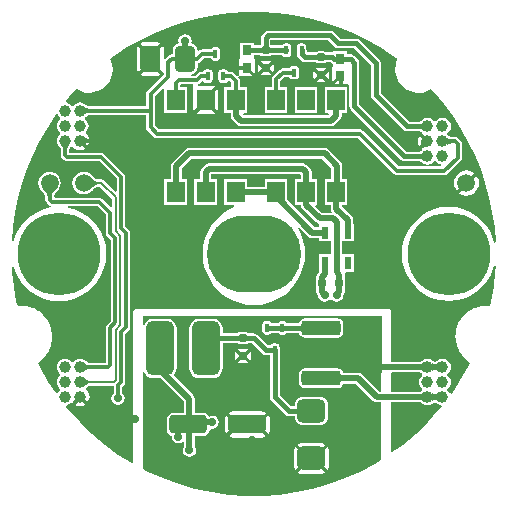
<source format=gtl>
G04*
G04 #@! TF.GenerationSoftware,Altium Limited,Altium Designer,20.1.8 (145)*
G04*
G04 Layer_Physical_Order=1*
G04 Layer_Color=255*
%FSTAX43Y43*%
%MOMM*%
G71*
G04*
G04 #@! TF.SameCoordinates,2A16773C-52DC-48A9-8AED-0FD1CCCC5E16*
G04*
G04*
G04 #@! TF.FilePolarity,Positive*
G04*
G01*
G75*
%ADD11C,0.500*%
%ADD15C,0.200*%
G04:AMPARAMS|DCode=31|XSize=4.6mm|YSize=2.4mm|CornerRadius=0.6mm|HoleSize=0mm|Usage=FLASHONLY|Rotation=270.000|XOffset=0mm|YOffset=0mm|HoleType=Round|Shape=RoundedRectangle|*
%AMROUNDEDRECTD31*
21,1,4.600,1.200,0,0,270.0*
21,1,3.400,2.400,0,0,270.0*
1,1,1.200,-0.600,-1.700*
1,1,1.200,-0.600,1.700*
1,1,1.200,0.600,1.700*
1,1,1.200,0.600,-1.700*
%
%ADD31ROUNDEDRECTD31*%
G04:AMPARAMS|DCode=32|XSize=1.6mm|YSize=3.2mm|CornerRadius=0.4mm|HoleSize=0mm|Usage=FLASHONLY|Rotation=90.000|XOffset=0mm|YOffset=0mm|HoleType=Round|Shape=RoundedRectangle|*
%AMROUNDEDRECTD32*
21,1,1.600,2.400,0,0,90.0*
21,1,0.800,3.200,0,0,90.0*
1,1,0.800,1.200,0.400*
1,1,0.800,1.200,-0.400*
1,1,0.800,-1.200,-0.400*
1,1,0.800,-1.200,0.400*
%
%ADD32ROUNDEDRECTD32*%
%ADD33R,0.800X0.850*%
G04:AMPARAMS|DCode=34|XSize=0.75mm|YSize=0.6mm|CornerRadius=0.15mm|HoleSize=0mm|Usage=FLASHONLY|Rotation=180.000|XOffset=0mm|YOffset=0mm|HoleType=Round|Shape=RoundedRectangle|*
%AMROUNDEDRECTD34*
21,1,0.750,0.300,0,0,180.0*
21,1,0.450,0.600,0,0,180.0*
1,1,0.300,-0.225,0.150*
1,1,0.300,0.225,0.150*
1,1,0.300,0.225,-0.150*
1,1,0.300,-0.225,-0.150*
%
%ADD34ROUNDEDRECTD34*%
G04:AMPARAMS|DCode=35|XSize=2.25mm|YSize=1.7mm|CornerRadius=0.425mm|HoleSize=0mm|Usage=FLASHONLY|Rotation=270.000|XOffset=0mm|YOffset=0mm|HoleType=Round|Shape=RoundedRectangle|*
%AMROUNDEDRECTD35*
21,1,2.250,0.850,0,0,270.0*
21,1,1.400,1.700,0,0,270.0*
1,1,0.850,-0.425,-0.700*
1,1,0.850,-0.425,0.700*
1,1,0.850,0.425,0.700*
1,1,0.850,0.425,-0.700*
%
%ADD35ROUNDEDRECTD35*%
%ADD36R,1.500X1.800*%
%ADD37R,0.600X1.100*%
G04:AMPARAMS|DCode=38|XSize=0.4mm|YSize=0.75mm|CornerRadius=0.1mm|HoleSize=0mm|Usage=FLASHONLY|Rotation=0.000|XOffset=0mm|YOffset=0mm|HoleType=Round|Shape=RoundedRectangle|*
%AMROUNDEDRECTD38*
21,1,0.400,0.550,0,0,0.0*
21,1,0.200,0.750,0,0,0.0*
1,1,0.200,0.100,-0.275*
1,1,0.200,-0.100,-0.275*
1,1,0.200,-0.100,0.275*
1,1,0.200,0.100,0.275*
%
%ADD38ROUNDEDRECTD38*%
G04:AMPARAMS|DCode=39|XSize=0.75mm|YSize=0.6mm|CornerRadius=0.15mm|HoleSize=0mm|Usage=FLASHONLY|Rotation=90.000|XOffset=0mm|YOffset=0mm|HoleType=Round|Shape=RoundedRectangle|*
%AMROUNDEDRECTD39*
21,1,0.750,0.300,0,0,90.0*
21,1,0.450,0.600,0,0,90.0*
1,1,0.300,0.150,0.225*
1,1,0.300,0.150,-0.225*
1,1,0.300,-0.150,-0.225*
1,1,0.300,-0.150,0.225*
%
%ADD39ROUNDEDRECTD39*%
G04:AMPARAMS|DCode=40|XSize=3.35mm|YSize=1.25mm|CornerRadius=0.313mm|HoleSize=0mm|Usage=FLASHONLY|Rotation=180.000|XOffset=0mm|YOffset=0mm|HoleType=Round|Shape=RoundedRectangle|*
%AMROUNDEDRECTD40*
21,1,3.350,0.625,0,0,180.0*
21,1,2.725,1.250,0,0,180.0*
1,1,0.625,-1.363,0.313*
1,1,0.625,1.363,0.313*
1,1,0.625,1.363,-0.313*
1,1,0.625,-1.363,-0.313*
%
%ADD40ROUNDEDRECTD40*%
G04:AMPARAMS|DCode=41|XSize=2.4mm|YSize=2mm|CornerRadius=0.5mm|HoleSize=0mm|Usage=FLASHONLY|Rotation=0.000|XOffset=0mm|YOffset=0mm|HoleType=Round|Shape=RoundedRectangle|*
%AMROUNDEDRECTD41*
21,1,2.400,1.000,0,0,0.0*
21,1,1.400,2.000,0,0,0.0*
1,1,1.000,0.700,-0.500*
1,1,1.000,-0.700,-0.500*
1,1,1.000,-0.700,0.500*
1,1,1.000,0.700,0.500*
%
%ADD41ROUNDEDRECTD41*%
%ADD42C,0.300*%
%ADD43C,0.350*%
%ADD44C,0.400*%
%ADD45C,0.600*%
%ADD46C,1.000*%
%ADD47C,1.500*%
%ADD48O,8.000X6.500*%
%ADD49C,7.000*%
%ADD50C,0.700*%
%ADD51C,0.600*%
G36*
X0091134Y0109993D02*
X0091171Y0109964D01*
X009121Y0109938D01*
X0091249Y0109916D01*
X009129Y0109897D01*
X0091332Y0109882D01*
X0091375Y0109869D01*
X009142Y0109861D01*
X0091466Y0109856D01*
X0091513Y0109854D01*
X0091521Y0109504D01*
X0091473Y0109502D01*
X0091427Y0109497D01*
X0091383Y0109488D01*
X009134Y0109476D01*
X0091299Y010946D01*
X0091258Y010944D01*
X009122Y0109417D01*
X0091183Y010939D01*
X0091147Y010936D01*
X0091113Y0109326D01*
X0091099Y0110026D01*
X0091134Y0109993D01*
D02*
G37*
G36*
X0119792Y0107999D02*
X0119761Y0108027D01*
X0119729Y0108053D01*
X0119694Y0108076D01*
X0119657Y0108095D01*
X0119618Y0108112D01*
X0119577Y0108125D01*
X0119533Y0108135D01*
X0119488Y0108143D01*
X011944Y0108147D01*
X011939Y0108149D01*
Y0108549D01*
X011944Y010855D01*
X0119488Y0108555D01*
X0119533Y0108562D01*
X0119577Y0108573D01*
X0119618Y0108587D01*
X0119657Y0108603D01*
X0119694Y0108622D01*
X0119729Y0108645D01*
X0119761Y0108671D01*
X0119792Y0108699D01*
Y0107999D01*
D02*
G37*
G36*
X0121811Y0107396D02*
X0121847Y0107366D01*
X0121885Y010734D01*
X0121924Y0107317D01*
X0121964Y0107298D01*
X0122006Y0107282D01*
X0122049Y010727D01*
X0122094Y0107261D01*
X012214Y0107256D01*
X0122187Y0107254D01*
Y0106904D01*
X012214Y0106902D01*
X0122094Y0106897D01*
X0122049Y0106888D01*
X0122006Y0106876D01*
X0121964Y010686D01*
X0121924Y0106841D01*
X0121885Y0106818D01*
X0121847Y0106792D01*
X0121811Y0106762D01*
X0121776Y0106729D01*
Y0107429D01*
X0121811Y0107396D01*
D02*
G37*
G36*
X0120087Y0106583D02*
X0120035Y0106587D01*
X0119984Y0106588D01*
X0119935Y0106585D01*
X0119889Y0106578D01*
X0119845Y0106567D01*
X0119803Y0106552D01*
X0119763Y0106533D01*
X0119725Y0106511D01*
X0119689Y0106484D01*
X0119655Y0106453D01*
X0119469Y0106691D01*
X0119498Y0106723D01*
X0119525Y0106757D01*
X0119549Y0106795D01*
X0119571Y0106835D01*
X0119591Y0106877D01*
X0119608Y0106923D01*
X0119622Y010697D01*
X0119635Y0107021D01*
X0119644Y0107074D01*
X0119651Y010713D01*
X0120087Y0106583D01*
D02*
G37*
G36*
X0089791Y0106732D02*
X0089757Y0106692D01*
X0089727Y0106652D01*
X0089701Y010661D01*
X0089679Y0106569D01*
X0089661Y0106526D01*
X0089647Y0106484D01*
X0089637Y010644D01*
X0089631Y0106396D01*
X0089629Y0106352D01*
X0089329D01*
X0089327Y0106396D01*
X0089321Y010644D01*
X0089311Y0106484D01*
X0089297Y0106526D01*
X0089279Y0106569D01*
X0089257Y010661D01*
X0089231Y0106652D01*
X0089201Y0106692D01*
X0089167Y0106732D01*
X0089129Y0106772D01*
X0089829D01*
X0089791Y0106732D01*
D02*
G37*
G36*
X0119792Y0105459D02*
X0119761Y0105488D01*
X0119729Y0105513D01*
X0119694Y0105535D01*
X0119657Y0105555D01*
X0119618Y0105572D01*
X0119577Y0105585D01*
X0119533Y0105595D01*
X0119488Y0105603D01*
X011944Y0105607D01*
X011939Y0105609D01*
Y0106009D01*
X011944Y010601D01*
X0119488Y0106015D01*
X0119533Y0106022D01*
X0119577Y0106033D01*
X0119618Y0106047D01*
X0119657Y0106063D01*
X0119694Y0106082D01*
X0119729Y0106105D01*
X0119761Y0106131D01*
X0119792Y0106159D01*
Y0105459D01*
D02*
G37*
G36*
X0107434Y0117959D02*
X0108748Y0117789D01*
X0110048Y0117533D01*
X0111329Y0117194D01*
X0112586Y0116773D01*
X0113812Y0116272D01*
X0115004Y0115693D01*
X0116156Y0115038D01*
X0117263Y011431D01*
X0117611Y0114047D01*
X01176Y0114029D01*
X0117463Y0113646D01*
X0117458Y0113616D01*
X0117449Y0113586D01*
X0117405Y0113182D01*
X0117408Y0113151D01*
X0117406Y011312D01*
X0117459Y0112717D01*
X0117469Y0112687D01*
X0117474Y0112657D01*
X011762Y0112277D01*
X0117637Y0112251D01*
X0117649Y0112223D01*
X011788Y0111888D01*
X0117902Y0111866D01*
X0117921Y0111842D01*
X0118225Y0111571D01*
X0118251Y0111555D01*
X0118275Y0111536D01*
X0118634Y0111344D01*
X0118664Y0111335D01*
X0118691Y0111322D01*
X0119086Y0111219D01*
X0119116Y0111218D01*
X0119146Y0111211D01*
X0119553Y0111205D01*
X0119584Y011121D01*
X0119614Y0111211D01*
X0120012Y0111301D01*
X012004Y0111313D01*
X0120069Y0111321D01*
X0120434Y0111502D01*
X0120451Y0111514D01*
X0120732Y0111218D01*
X0121548Y0110247D01*
X0122302Y0109228D01*
X0122991Y0108164D01*
X0123613Y0107059D01*
X0124166Y0105918D01*
X0124647Y0104745D01*
X0125055Y0103544D01*
X0125388Y0102321D01*
X0125645Y0101079D01*
X0125824Y0099824D01*
X0125925Y009856D01*
X0125926Y0098527D01*
X0125799Y0098511D01*
X0125734Y0098784D01*
X0125495Y0099361D01*
X0125168Y0099893D01*
X0124763Y0100368D01*
X0124288Y0100773D01*
X0123756Y01011D01*
X0123179Y0101339D01*
X0122572Y0101484D01*
X0121949Y0101533D01*
X0121326Y0101484D01*
X0120719Y0101339D01*
X0120142Y01011D01*
X011961Y0100773D01*
X0119135Y0100368D01*
X011873Y0099893D01*
X0118403Y0099361D01*
X0118164Y0098784D01*
X0118019Y0098176D01*
X011797Y0097554D01*
X0118019Y0096932D01*
X0118164Y0096324D01*
X0118403Y0095747D01*
X011873Y0095215D01*
X0119135Y009474D01*
X011961Y0094335D01*
X0120142Y0094008D01*
X0120719Y0093769D01*
X0121326Y0093624D01*
X0121949Y0093575D01*
X0122572Y0093624D01*
X0123179Y0093769D01*
X0123756Y0094008D01*
X0124288Y0094335D01*
X0124763Y009474D01*
X0125168Y0095215D01*
X0125495Y0095747D01*
X0125734Y0096324D01*
X0125789Y0096554D01*
X0125915Y0096537D01*
X0125893Y0096025D01*
X0125759Y0094765D01*
X0125548Y0093514D01*
X012546Y0093137D01*
X0125034Y009316D01*
X012501Y0093157D01*
X0124986Y0093158D01*
X0124563Y0093103D01*
X012454Y0093096D01*
X0124516Y0093093D01*
X012411Y0092961D01*
X0124089Y009295D01*
X0124067Y0092943D01*
X0123691Y0092739D01*
X0123673Y0092724D01*
X0123651Y0092713D01*
X0123319Y0092445D01*
X0123304Y0092426D01*
X0123285Y0092412D01*
X0123008Y0092087D01*
X0122996Y0092066D01*
X012298Y0092048D01*
X0122766Y0091679D01*
X0122759Y0091656D01*
X0122746Y0091636D01*
X0122603Y0091233D01*
X01226Y009121D01*
X0122592Y0091187D01*
X0122524Y0090766D01*
X0122525Y0090742D01*
X0122521Y0090718D01*
X0122532Y0090291D01*
X0122537Y0090268D01*
X0122538Y0090244D01*
X0122626Y0089826D01*
X0122635Y0089805D01*
X012264Y0089781D01*
X0122803Y0089386D01*
X0122816Y0089367D01*
X0122825Y0089344D01*
X0123058Y0088986D01*
X0123074Y0088969D01*
X0123087Y0088949D01*
X0123381Y0088639D01*
X01234Y0088625D01*
X0123416Y0088608D01*
X0123761Y0088356D01*
X0123556Y0087935D01*
X0122841Y0086695D01*
X0122191Y0085731D01*
X0122047Y0085745D01*
X012203Y0085787D01*
X0121918Y0085933D01*
X0121844Y008599D01*
Y0086147D01*
X0121918Y0086204D01*
X012203Y0086351D01*
X0122101Y0086521D01*
X0122125Y0086704D01*
X0122101Y0086886D01*
X012203Y0087057D01*
X0121918Y0087203D01*
X0121844Y008726D01*
Y0087417D01*
X0121918Y0087474D01*
X012203Y0087621D01*
X0122101Y0087791D01*
X0122125Y0087974D01*
X0122101Y0088156D01*
X012203Y0088327D01*
X0121918Y0088473D01*
X0121772Y0088585D01*
X0121601Y0088656D01*
X0121419Y008868D01*
X0121236Y0088656D01*
X0121066Y0088585D01*
X0120919Y0088473D01*
X0120914Y0088465D01*
X012091Y0088463D01*
X0120901Y0088458D01*
X0120886Y0088452D01*
X0120866Y0088446D01*
X012084Y008844D01*
X0120812Y0088436D01*
X0120779Y0088433D01*
X0120758Y0088435D01*
X0120727Y008844D01*
X0120701Y0088446D01*
X0120681Y0088452D01*
X0120666Y0088458D01*
X0120657Y0088463D01*
X0120654Y0088465D01*
X0120648Y0088473D01*
X0120502Y0088585D01*
X0120331Y0088656D01*
X0120149Y008868D01*
X0119966Y0088656D01*
X0119796Y0088585D01*
X0119649Y0088473D01*
X0119644Y0088465D01*
X011964Y0088463D01*
X0119631Y0088458D01*
X0119616Y0088452D01*
X0119596Y0088446D01*
X011957Y008844D01*
X0119542Y0088436D01*
X0119508Y0088433D01*
X0117089D01*
Y0092679D01*
X0117074Y0092757D01*
X0117029Y0092823D01*
X0116963Y0092867D01*
X0116885Y0092883D01*
X0095424D01*
X0095346Y0092867D01*
X009528Y0092823D01*
X0095236Y0092757D01*
X009522Y0092679D01*
Y0092479D01*
Y0079933D01*
X0095093Y0079862D01*
X009398Y0080558D01*
X0092822Y00814D01*
X0091726Y008232D01*
X0090696Y0083315D01*
X0089739Y0084379D01*
X0089555Y0084615D01*
X008961Y008475D01*
X0089661Y0084757D01*
X0089832Y0084827D01*
X0089978Y0084939D01*
X0089987Y0084952D01*
X0090114D01*
X0090178Y0084868D01*
X0090345Y008474D01*
X009054Y0084659D01*
X0090749Y0084632D01*
X0090958Y0084659D01*
X0091152Y008474D01*
X0091199Y0084776D01*
X0090643Y0085333D01*
X0090855Y0085545D01*
X0091411Y0084988D01*
X0091448Y0085035D01*
X0091528Y008523D01*
X0091556Y0085439D01*
X0091528Y0085648D01*
X0091448Y0085842D01*
X0091319Y0086009D01*
X0091236Y0086073D01*
Y00862D01*
X0091248Y0086209D01*
X0091256Y008622D01*
X0091336Y0086295D01*
X0091372Y0086324D01*
X0091407Y008635D01*
X0091438Y0086369D01*
X0091466Y0086384D01*
X0091491Y0086394D01*
X0091511Y0086401D01*
X0091523Y0086403D01*
X0093573D01*
X0093573Y0086403D01*
X0093592Y0086387D01*
Y0085806D01*
X009359Y008579D01*
X0093586Y0085774D01*
X0093582Y0085761D01*
X0093578Y008575D01*
X0093574Y0085742D01*
X0093572Y0085738D01*
X0093552Y0085726D01*
X0093431Y0085544D01*
X0093388Y0085329D01*
X0093431Y0085114D01*
X0093552Y0084932D01*
X0093734Y0084811D01*
X0093949Y0084768D01*
X0094164Y0084811D01*
X0094346Y0084932D01*
X0094467Y0085114D01*
X009451Y0085329D01*
X0094467Y0085544D01*
X0094346Y0085726D01*
X0094326Y0085738D01*
X0094324Y0085742D01*
X009432Y008575D01*
X0094316Y0085761D01*
X0094312Y0085774D01*
X0094308Y008579D01*
X0094306Y0085806D01*
Y00863D01*
X0094451Y0086446D01*
X0094529Y0086562D01*
X0094556Y0086698D01*
Y009081D01*
X0094851Y0091105D01*
X0094929Y0091221D01*
X0094956Y0091358D01*
Y009145D01*
Y0099353D01*
X0094929Y0099489D01*
X0094851Y0099605D01*
X0094556Y00999D01*
Y0104104D01*
X0094529Y0104241D01*
X0094451Y0104356D01*
X0092801Y0106006D01*
X0092686Y0106084D01*
X0092549Y0106111D01*
X0089836D01*
Y0106389D01*
X0089837Y0106403D01*
X0089843Y0106429D01*
X0089852Y0106455D01*
X0089863Y0106481D01*
X0089877Y0106508D01*
X0089895Y0106536D01*
X0089917Y0106565D01*
X0089942Y0106595D01*
X0089966Y0106621D01*
X0089978Y0106629D01*
X0089987Y0106642D01*
X0090114D01*
X0090178Y0106558D01*
X0090345Y010643D01*
X009054Y0106349D01*
X0090749Y0106322D01*
X0090958Y0106349D01*
X0091152Y010643D01*
X0091199Y0106466D01*
X0090643Y0107023D01*
X0090855Y0107235D01*
X0091106Y0106984D01*
Y0107479D01*
X0091145Y0107441D01*
X0091185Y0107407D01*
X0091226Y0107377D01*
X0091267Y0107351D01*
X0091309Y0107329D01*
X0091351Y0107311D01*
X0091394Y0107297D01*
X0091437Y0107287D01*
X0091481Y0107281D01*
X0091526Y0107279D01*
Y0106979D01*
X0091481Y0106977D01*
X0091437Y0106971D01*
X0091394Y0106961D01*
X0091351Y0106947D01*
X0091309Y0106929D01*
X0091267Y0106907D01*
X0091226Y0106881D01*
X0091216Y0106873D01*
X0091411Y0106678D01*
X0091448Y0106725D01*
X0091528Y010692D01*
X0091556Y0107129D01*
X0091528Y0107338D01*
X0091448Y0107532D01*
X0091319Y0107699D01*
X0091236Y0107763D01*
Y010789D01*
X0091248Y0107899D01*
X009136Y0108046D01*
X0091431Y0108216D01*
X0091455Y0108399D01*
X0091431Y0108581D01*
X009136Y0108752D01*
X0091248Y0108898D01*
X0091174Y0108955D01*
Y0109112D01*
X0091248Y0109169D01*
X0091259Y0109184D01*
X0091285Y0109209D01*
X0091308Y0109229D01*
X0091332Y0109246D01*
X0091356Y0109261D01*
X009138Y0109272D01*
X0091405Y0109282D01*
X0091432Y010929D01*
X0091459Y0109295D01*
X0091471Y0109297D01*
X0096317D01*
Y0108279D01*
X0096346Y0108133D01*
X0096429Y0108009D01*
X0096979Y0107459D01*
X0097103Y0107376D01*
X0097249Y0107347D01*
X0114291D01*
X0117329Y0104309D01*
X0117453Y0104226D01*
X0117599Y0104197D01*
X0121574D01*
X012172Y0104226D01*
X0121844Y0104309D01*
X0122969Y0105434D01*
X0123052Y0105558D01*
X0123081Y0105704D01*
Y0106874D01*
X0123052Y010702D01*
X0122969Y0107144D01*
X0122764Y0107349D01*
X012264Y0107432D01*
X0122494Y0107461D01*
X0122137D01*
X0122125Y0107463D01*
X0122097Y0107468D01*
X012207Y0107476D01*
X0122044Y0107486D01*
X0122019Y0107497D01*
X0121995Y0107512D01*
X012197Y0107529D01*
X0121946Y0107549D01*
X0121927Y0107567D01*
X0121918Y0107578D01*
X0121844Y0107635D01*
Y0107793D01*
X0121918Y010785D01*
X012203Y0107996D01*
X0122101Y0108166D01*
X0122125Y0108349D01*
X0122101Y0108532D01*
X012203Y0108702D01*
X0121918Y0108848D01*
X0121772Y010896D01*
X0121601Y0109031D01*
X0121419Y0109055D01*
X0121236Y0109031D01*
X0121066Y010896D01*
X0120919Y0108848D01*
X0120862Y0108774D01*
X0120705D01*
X0120648Y0108848D01*
X0120502Y010896D01*
X0120331Y0109031D01*
X0120149Y0109055D01*
X0119966Y0109031D01*
X0119796Y010896D01*
X0119649Y0108848D01*
X0119641Y0108838D01*
X0119628Y0108826D01*
X011961Y0108811D01*
X0119591Y0108799D01*
X0119569Y0108787D01*
X0119546Y0108778D01*
X0119521Y0108769D01*
X0119493Y0108762D01*
X0119462Y0108757D01*
X0119456Y0108757D01*
X0118598D01*
X0116182Y0111173D01*
Y0113729D01*
X0116182Y0113729D01*
X0116151Y0113885D01*
X0116062Y0114017D01*
X0116062Y0114017D01*
X0114412Y0115667D01*
X011428Y0115756D01*
X0114124Y0115787D01*
X0114124Y0115787D01*
X0112768D01*
X0112212Y0116342D01*
X011208Y0116431D01*
X0111924Y0116462D01*
X0111924Y0116462D01*
X0106683D01*
X0106527Y0116431D01*
X0106395Y0116342D01*
X0106395Y0116342D01*
X0106161Y0116108D01*
X0106072Y0115976D01*
X0106041Y011582D01*
X0106041Y011582D01*
Y0115253D01*
X010598Y0115212D01*
X0105449D01*
Y0115404D01*
X0104249D01*
Y0114181D01*
X0104249Y0114154D01*
X0104184Y0114054D01*
X0104149D01*
Y0112726D01*
X0104149Y0112638D01*
X0104035Y0112573D01*
X0103751Y0112856D01*
X0103636Y0112934D01*
X0103499Y0112961D01*
X0103239D01*
X0103232Y0112996D01*
X0103165Y0113095D01*
X0103066Y0113162D01*
X0102949Y0113185D01*
X0102749D01*
X0102632Y0113162D01*
X0102533Y0113095D01*
X0102466Y0112996D01*
X0102443Y0112879D01*
Y0112329D01*
X0102466Y0112212D01*
X0102533Y0112113D01*
X0102632Y0112046D01*
X0102749Y0112023D01*
X0102949D01*
X0103066Y0112046D01*
X0103165Y0112113D01*
X0103232Y0112212D01*
X0103234Y0112224D01*
X010336Y0112238D01*
X0103556Y0112043D01*
Y0111689D01*
X0102962D01*
Y010949D01*
X0103493D01*
Y0109251D01*
X0103528Y0109075D01*
X0103628Y0108926D01*
X0104038Y0108516D01*
X0104187Y0108417D01*
X0104362Y0108382D01*
X0112006D01*
X0112181Y0108417D01*
X011233Y0108516D01*
X011274Y0108926D01*
X011284Y0109075D01*
X0112874Y0109251D01*
Y010949D01*
X0113362D01*
Y0111689D01*
X0111462D01*
Y010949D01*
X0111766D01*
X0111824Y0109363D01*
X0111776Y0109299D01*
X0104592D01*
X0104544Y0109363D01*
X0104602Y010949D01*
X0104862D01*
Y0111689D01*
X0104269D01*
Y0112191D01*
X0104242Y0112327D01*
X0104165Y0112443D01*
X0104118Y011249D01*
X0104183Y0112604D01*
X0104262Y0112604D01*
X0105337D01*
X0104743Y0113198D01*
X0104955Y011341D01*
X0105549Y0112816D01*
Y0114054D01*
X0105514D01*
X0105449Y0114154D01*
X0105449Y0114181D01*
Y0114396D01*
X010598D01*
X0106087Y0114324D01*
X0106224Y0114297D01*
X0106674D01*
X0106811Y0114324D01*
X0106918Y0114396D01*
X0107827D01*
X0107883Y0114313D01*
X0107982Y0114246D01*
X0108099Y0114223D01*
X0108299D01*
X0108416Y0114246D01*
X0108515Y0114313D01*
X0108582Y0114412D01*
X0108605Y0114529D01*
Y0114794D01*
X0108607Y0114804D01*
X0108605Y0114814D01*
Y0115079D01*
X0108582Y0115196D01*
X0108515Y0115295D01*
X0108416Y0115362D01*
X0108299Y0115385D01*
X0108099D01*
X0107982Y0115362D01*
X0107883Y0115295D01*
X0107827Y0115212D01*
X0106918D01*
X0106857Y0115253D01*
Y0115646D01*
X0111755D01*
X0112311Y0115091D01*
X0112311Y0115091D01*
X0112443Y0115002D01*
X0112599Y0114971D01*
X0113955D01*
X0115366Y011356D01*
Y0111004D01*
X0115366Y0111004D01*
X0115397Y0110848D01*
X0115486Y0110716D01*
X0118141Y0108061D01*
X0118273Y0107972D01*
X0118429Y0107941D01*
X0118429Y0107941D01*
X0119456D01*
X0119462Y0107941D01*
X0119493Y0107936D01*
X0119521Y0107929D01*
X0119546Y010792D01*
X0119569Y0107911D01*
X0119591Y0107899D01*
X011961Y0107887D01*
X0119628Y0107872D01*
X0119641Y010786D01*
X0119649Y010785D01*
X0119661Y0107841D01*
Y0107778D01*
X0120255Y0107185D01*
X0120043Y0106973D01*
X0119486Y010753D01*
X011945Y0107482D01*
X0119369Y0107288D01*
X0119342Y0107079D01*
X0119369Y010687D01*
X011945Y0106676D01*
X0119578Y0106508D01*
X0119661Y0106444D01*
Y0106317D01*
X0119649Y0106308D01*
X0119641Y0106298D01*
X0119628Y0106286D01*
X011961Y0106271D01*
X0119591Y0106259D01*
X0119569Y0106247D01*
X0119546Y0106238D01*
X0119521Y0106229D01*
X0119493Y0106222D01*
X0119462Y0106217D01*
X0119456Y0106217D01*
X0118363D01*
X0114357Y0110223D01*
Y0113754D01*
X0114357Y0113754D01*
X0114326Y011391D01*
X0114237Y0114042D01*
X0114237Y0114042D01*
X0113962Y0114317D01*
X011383Y0114406D01*
X0113674Y0114437D01*
X0113674Y0114437D01*
X0113349D01*
Y0114704D01*
X0112149D01*
Y0114692D01*
X0112051Y0114611D01*
X0112049Y0114612D01*
X0112049Y0114612D01*
X0111618D01*
X0111511Y0114684D01*
X0111374Y0114711D01*
X0110924D01*
X0110787Y0114684D01*
X011068Y0114612D01*
X0109961D01*
X0109907Y0114666D01*
Y0114804D01*
X0109905Y0114814D01*
Y0115079D01*
X0109882Y0115196D01*
X0109815Y0115295D01*
X0109716Y0115362D01*
X0109599Y0115385D01*
X0109399D01*
X0109282Y0115362D01*
X0109183Y0115295D01*
X0109116Y0115196D01*
X0109093Y0115079D01*
Y0114814D01*
X0109091Y0114804D01*
Y0114497D01*
X0109091Y0114497D01*
X0109122Y0114341D01*
X0109211Y0114209D01*
X0109504Y0113916D01*
X0109504Y0113916D01*
X0109636Y0113827D01*
X0109792Y0113796D01*
X011068D01*
X0110787Y0113724D01*
X0110924Y0113697D01*
X0111374D01*
X0111511Y0113724D01*
X0111618Y0113796D01*
X011188D01*
X0111911Y0113766D01*
X0111911Y0113766D01*
X0112043Y0113677D01*
X0112149Y0113656D01*
Y0113481D01*
X0112149Y0113454D01*
X0112084Y0113354D01*
X0112049D01*
Y0112116D01*
X0112643Y011271D01*
X0112855Y0112498D01*
X0112261Y0111904D01*
X0113414D01*
X0113449Y0111904D01*
X0113541Y011182D01*
Y0110054D01*
X0113541Y0110054D01*
X0113572Y0109898D01*
X0113661Y0109766D01*
X0117906Y0105521D01*
X0117906Y0105521D01*
X0118038Y0105432D01*
X0118194Y0105401D01*
X0118194Y0105401D01*
X0119456D01*
X0119462Y0105401D01*
X0119493Y0105396D01*
X0119521Y0105389D01*
X0119546Y010538D01*
X0119569Y0105371D01*
X0119591Y0105359D01*
X011961Y0105347D01*
X0119628Y0105332D01*
X0119641Y010532D01*
X0119649Y010531D01*
X0119796Y0105198D01*
X0119966Y0105127D01*
X0120149Y0105103D01*
X0120331Y0105127D01*
X0120502Y0105198D01*
X0120648Y010531D01*
X0120705Y0105384D01*
X0120862D01*
X0120919Y010531D01*
X0121066Y0105198D01*
X0121236Y0105127D01*
X0121264Y0105123D01*
X0121329Y0104987D01*
X0121313Y0104961D01*
X0117757D01*
X0114719Y0107999D01*
X0114595Y0108082D01*
X0114449Y0108111D01*
X0097407D01*
X0097081Y0108437D01*
Y0109679D01*
Y0110896D01*
X0097755Y011157D01*
X0097882Y0111517D01*
Y010949D01*
X0099782D01*
Y0111689D01*
X0099231D01*
Y0111872D01*
X0099256Y0111897D01*
X0100276D01*
X0100322Y0111789D01*
X0100322Y011177D01*
Y0109602D01*
X0101266Y0110546D01*
X0101372Y0110439D01*
X0101478Y0110546D01*
X0102422Y0109602D01*
Y0111577D01*
X0101478Y0110633D01*
X0101266Y0110846D01*
X010221Y0111789D01*
X0100759D01*
X0100746Y0111916D01*
X0100786Y0111924D01*
X0100901Y0112002D01*
X0101058Y0112158D01*
X0101216Y0112137D01*
X0101233Y0112113D01*
X0101332Y0112046D01*
X0101449Y0112023D01*
X0101649D01*
X0101766Y0112046D01*
X0101865Y0112113D01*
X0101932Y0112212D01*
X0101955Y0112329D01*
Y0112879D01*
X0101932Y0112996D01*
X0101865Y0113095D01*
X0101766Y0113162D01*
X0101649Y0113185D01*
X0101449D01*
X0101332Y0113162D01*
X0101233Y0113095D01*
X0101166Y0112996D01*
X0101159Y0112961D01*
X0100999D01*
X0100862Y0112934D01*
X0100747Y0112856D01*
X0100501Y0112611D01*
X0100168D01*
X0100155Y0112738D01*
X0100293Y0112765D01*
X01005Y0112903D01*
X0100638Y011311D01*
X0100686Y0113354D01*
Y0113679D01*
X0100795Y0113701D01*
X0100919Y0113784D01*
X0101257Y0114122D01*
X0101814D01*
X0101816Y0114112D01*
X0101883Y0114013D01*
X0101982Y0113946D01*
X0102099Y0113923D01*
X0102299D01*
X0102416Y0113946D01*
X0102515Y0114013D01*
X0102582Y0114112D01*
X0102605Y0114229D01*
Y0114779D01*
X0102582Y0114896D01*
X0102515Y0114995D01*
X0102416Y0115062D01*
X0102299Y0115085D01*
X0102099D01*
X0101982Y0115062D01*
X0101883Y0114995D01*
X0101816Y0114896D01*
X0101814Y0114886D01*
X0101099D01*
X0100953Y0114857D01*
X0100829Y0114774D01*
X0100805Y0114751D01*
X0100677Y0114802D01*
X0100638Y0114998D01*
X01005Y0115205D01*
X0100293Y0115343D01*
X0100232Y0115355D01*
X0100161Y011546D01*
X0100185Y0115579D01*
X0100142Y0115794D01*
X0100021Y0115976D01*
X0099839Y0116097D01*
X0099624Y011614D01*
X0099409Y0116097D01*
X0099227Y0115976D01*
X0099106Y0115794D01*
X0099063Y0115579D01*
X0099087Y011546D01*
X0099016Y0115355D01*
X0098955Y0115343D01*
X0098748Y0115205D01*
X009861Y0114998D01*
X0098562Y0114754D01*
Y0114436D01*
X0098492D01*
X0098346Y0114407D01*
X0098222Y0114324D01*
X0097957Y011406D01*
X0097844Y0114096D01*
X009783Y0114107D01*
Y0114754D01*
X0097805Y0114943D01*
X0097732Y011512D01*
X0097708Y0115151D01*
X009678Y0114223D01*
X0096674Y0114329D01*
X0096568Y0114223D01*
X009564Y0115151D01*
X0095616Y011512D01*
X0095543Y0114943D01*
X0095518Y0114754D01*
Y0113354D01*
X0095543Y0113165D01*
X0095616Y0112988D01*
X009564Y0112957D01*
X0096568Y0113885D01*
X0096674Y0113779D01*
X009678Y0113885D01*
X0097754Y0112911D01*
X0097817Y011289D01*
Y0112712D01*
X0096429Y0111324D01*
X0096429Y0111324D01*
X0096346Y01112D01*
X0096317Y0111054D01*
Y0110061D01*
X0091462D01*
X0091451Y0110063D01*
X0091422Y0110068D01*
X0091395Y0110076D01*
X0091368Y0110086D01*
X0091342Y0110097D01*
X0091317Y0110112D01*
X0091292Y0110129D01*
X0091266Y0110149D01*
X0091254Y011016D01*
X0091248Y0110168D01*
X0091102Y011028D01*
X0090931Y0110351D01*
X0090749Y0110375D01*
X0090566Y0110351D01*
X0090396Y011028D01*
X0090249Y0110168D01*
X0090192Y0110094D01*
X0090035D01*
X0089978Y0110168D01*
X0089832Y011028D01*
X0089661Y0110351D01*
X0089609Y0110358D01*
X0089556Y0110493D01*
X0090166Y0111219D01*
X0090447Y0111514D01*
X0090463Y0111501D01*
X0090828Y0111321D01*
X0090858Y0111313D01*
X0090886Y01113D01*
X0091283Y0111211D01*
X0091314Y011121D01*
X0091344Y0111204D01*
X0091752Y0111211D01*
X0091782Y0111217D01*
X0091812Y0111219D01*
X0092207Y0111321D01*
X0092234Y0111335D01*
X0092264Y0111343D01*
X0092623Y0111535D01*
X0092647Y0111555D01*
X0092673Y0111571D01*
X0092977Y0111842D01*
X0092996Y0111866D01*
X0093018Y0111888D01*
X0093249Y0112223D01*
X0093262Y0112251D01*
X0093278Y0112277D01*
X0093424Y0112657D01*
X009343Y0112687D01*
X009344Y0112716D01*
X0093492Y011312D01*
X009349Y0113151D01*
X0093493Y0113182D01*
X0093449Y0113586D01*
X009344Y0113616D01*
X0093435Y0113646D01*
X0093298Y0114029D01*
X0093287Y0114047D01*
X0093635Y011431D01*
X0094742Y0115038D01*
X0095894Y0115693D01*
X0097086Y0116272D01*
X0098312Y0116773D01*
X0099569Y0117194D01*
X010085Y0117533D01*
X010215Y0117789D01*
X0103464Y0117959D01*
X0104786Y0118045D01*
X0106112Y0118045D01*
X0107434Y0117959D01*
D02*
G37*
G36*
X0091666Y0103998D02*
X0091819Y0103862D01*
X009189Y0103807D01*
X0091957Y010376D01*
X0092021Y0103722D01*
X0092082Y0103692D01*
X0092139Y0103671D01*
X0092192Y0103658D01*
X0092242Y0103654D01*
Y0103454D01*
X0092192Y010345D01*
X0092139Y0103437D01*
X0092082Y0103416D01*
X0092021Y0103386D01*
X0091957Y0103348D01*
X009189Y0103301D01*
X0091819Y0103246D01*
X0091666Y010311D01*
X0091585Y0103029D01*
Y0104079D01*
X0091666Y0103998D01*
D02*
G37*
G36*
X008885Y0109357D02*
X0088867Y0109316D01*
X0088979Y0109169D01*
X0089054Y0109112D01*
Y0108955D01*
X0088979Y0108898D01*
X0088867Y0108752D01*
X0088797Y0108581D01*
X0088773Y0108399D01*
X0088797Y0108216D01*
X0088867Y0108046D01*
X0088979Y0107899D01*
X0089054Y0107842D01*
Y0107685D01*
X0088979Y0107628D01*
X0088867Y0107482D01*
X0088797Y0107311D01*
X0088773Y0107129D01*
X0088797Y0106946D01*
X0088867Y0106776D01*
X0088979Y0106629D01*
X0088991Y0106621D01*
X0089015Y0106595D01*
X0089041Y0106565D01*
X0089062Y0106536D01*
X008908Y0106508D01*
X0089094Y0106481D01*
X0089106Y0106455D01*
X0089114Y0106429D01*
X008912Y0106403D01*
X0089122Y0106389D01*
Y010593D01*
X0089149Y0105793D01*
X0089226Y0105677D01*
X0089402Y0105502D01*
X0089518Y0105424D01*
X0089654Y0105397D01*
X0092401D01*
X0093842Y0103956D01*
Y0102859D01*
X0093725Y0102811D01*
X0092765Y010377D01*
X0092666Y0103837D01*
X0092549Y010386D01*
X0092549Y010386D01*
X0092228D01*
X0092225Y010386D01*
X0092198Y0103866D01*
X0092163Y010388D01*
X0092119Y0103901D01*
X0092068Y0103932D01*
X0092011Y0103971D01*
X0091949Y0104019D01*
X0091806Y0104147D01*
X0091746Y0104206D01*
X0091727Y0104232D01*
X0091528Y0104384D01*
X0091297Y010448D01*
X0091049Y0104512D01*
X0090801Y010448D01*
X009057Y0104384D01*
X0090371Y0104232D01*
X0090219Y0104033D01*
X0090123Y0103802D01*
X0090091Y0103554D01*
X0090123Y0103306D01*
X0090219Y0103075D01*
X0090371Y0102876D01*
X009057Y0102724D01*
X0090801Y0102628D01*
X0091049Y0102596D01*
X0091297Y0102628D01*
X0091528Y0102724D01*
X0091727Y0102876D01*
X0091746Y0102902D01*
X0091806Y0102961D01*
X0091949Y0103089D01*
X0092011Y0103137D01*
X0092068Y0103176D01*
X0092119Y0103207D01*
X0092163Y0103228D01*
X0092198Y0103242D01*
X0092225Y0103248D01*
X0092228Y0103248D01*
X0092422D01*
X0093443Y0102227D01*
Y0101549D01*
X0093326Y01015D01*
X009262Y0102206D01*
X0092504Y0102284D01*
X0092367Y0102311D01*
X0088586D01*
X0088512Y0102436D01*
X0088525Y0102476D01*
X0088544Y0102521D01*
X008857Y010257D01*
X0088603Y0102624D01*
X0088643Y0102679D01*
X0088753Y0102808D01*
X0088802Y0102857D01*
X0088827Y0102876D01*
X0088979Y0103075D01*
X0089075Y0103306D01*
X0089107Y0103554D01*
X0089075Y0103802D01*
X0088979Y0104033D01*
X0088827Y0104232D01*
X0088628Y0104384D01*
X0088397Y010448D01*
X0088149Y0104512D01*
X0087901Y010448D01*
X008767Y0104384D01*
X0087471Y0104232D01*
X0087319Y0104033D01*
X0087223Y0103802D01*
X0087191Y0103554D01*
X0087223Y0103306D01*
X0087319Y0103075D01*
X0087471Y0102876D01*
X0087493Y010286D01*
X0087605Y010274D01*
X0087653Y0102681D01*
X0087695Y0102624D01*
X0087728Y010257D01*
X0087754Y0102521D01*
X0087773Y0102476D01*
X0087786Y0102436D01*
X0087792Y0102403D01*
Y010213D01*
X0087819Y0101993D01*
X0087897Y0101877D01*
X0088072Y0101702D01*
X0088188Y0101624D01*
X0088235Y0101615D01*
X0088238Y0101485D01*
X0087713Y0101359D01*
X0087133Y0101119D01*
X0086598Y0100791D01*
X008612Y0100383D01*
X0085712Y0099906D01*
X0085384Y009937D01*
X0085144Y009879D01*
X0085106Y0098631D01*
X008498Y0098651D01*
X0085074Y0099824D01*
X0085254Y0101079D01*
X008551Y0102321D01*
X0085843Y0103545D01*
X0086251Y0104745D01*
X0086732Y0105918D01*
X0087285Y010706D01*
X0087907Y0108164D01*
X0088597Y0109228D01*
X0088705Y0109375D01*
X008885Y0109357D01*
D02*
G37*
G36*
X0088603Y0102946D02*
X0088483Y0102806D01*
X0088434Y0102738D01*
X0088393Y0102672D01*
X0088359Y0102608D01*
X0088333Y0102546D01*
X0088314Y0102485D01*
X0088303Y0102426D01*
X0088299Y0102369D01*
X0087999D01*
X0087995Y0102426D01*
X0087984Y0102485D01*
X0087965Y0102546D01*
X0087939Y0102608D01*
X0087905Y0102672D01*
X0087864Y0102738D01*
X0087815Y0102806D01*
X0087759Y0102875D01*
X0087624Y0103018D01*
X0088674D01*
X0088603Y0102946D01*
D02*
G37*
G36*
X0092942Y0100874D02*
Y009931D01*
X0092969Y0099174D01*
X0093047Y0099058D01*
X0093342Y0098762D01*
Y0091902D01*
X0092997Y0091557D01*
X0092919Y0091441D01*
X0092892Y0091304D01*
Y0088336D01*
X0091488D01*
X0091474Y0088338D01*
X0091449Y0088343D01*
X0091423Y0088352D01*
X0091396Y0088363D01*
X0091369Y0088377D01*
X0091341Y0088395D01*
X0091312Y0088417D01*
X0091282Y0088442D01*
X0091257Y0088466D01*
X0091248Y0088478D01*
X0091102Y008859D01*
X0090931Y0088661D01*
X0090749Y0088685D01*
X0090566Y0088661D01*
X0090396Y008859D01*
X0090249Y0088478D01*
X0090192Y0088404D01*
X0090035D01*
X0089978Y0088478D01*
X0089832Y008859D01*
X0089661Y0088661D01*
X0089479Y0088685D01*
X0089296Y0088661D01*
X0089126Y008859D01*
X0088979Y0088478D01*
X0088867Y0088332D01*
X0088797Y0088161D01*
X0088773Y0087979D01*
X0088797Y0087796D01*
X0088867Y0087626D01*
X0088979Y0087479D01*
X0089054Y0087422D01*
Y0087265D01*
X0088979Y0087208D01*
X0088867Y0087062D01*
X0088797Y0086891D01*
X0088773Y0086709D01*
X0088797Y0086526D01*
X0088867Y0086356D01*
X0088979Y0086209D01*
X0089054Y0086152D01*
Y0085995D01*
X0088979Y0085938D01*
X0088867Y0085792D01*
X0088849Y0085747D01*
X0088705Y0085733D01*
X0088057Y0086694D01*
X0087342Y0087935D01*
X0087137Y0088356D01*
X0087482Y0088607D01*
X0087498Y0088625D01*
X0087518Y0088639D01*
X0087811Y0088949D01*
X0087824Y0088969D01*
X0087841Y0088986D01*
X0088073Y0089344D01*
X0088082Y0089366D01*
X0088095Y0089386D01*
X0088258Y0089781D01*
X0088263Y0089804D01*
X0088272Y0089826D01*
X0088361Y0090244D01*
X0088361Y0090268D01*
X0088366Y0090291D01*
X0088377Y0090718D01*
X0088373Y0090742D01*
X0088374Y0090766D01*
X0088307Y0091187D01*
X0088298Y009121D01*
X0088295Y0091233D01*
X0088152Y0091636D01*
X008814Y0091656D01*
X0088132Y0091679D01*
X0087918Y0092048D01*
X0087902Y0092066D01*
X0087891Y0092087D01*
X0087613Y0092412D01*
X0087594Y0092426D01*
X0087579Y0092445D01*
X0087247Y0092713D01*
X0087226Y0092724D01*
X0087207Y0092739D01*
X0086832Y0092943D01*
X0086809Y009295D01*
X0086788Y0092961D01*
X0086382Y0093093D01*
X0086358Y0093096D01*
X0086335Y0093103D01*
X0085912Y0093158D01*
X0085888Y0093157D01*
X0085865Y009316D01*
X0085438Y0093137D01*
X008535Y0093514D01*
X0085139Y0094765D01*
X0085005Y0096026D01*
X0084988Y0096425D01*
X0085114Y0096443D01*
X0085144Y0096318D01*
X0085384Y0095738D01*
X0085712Y0095202D01*
X008612Y0094725D01*
X0086598Y0094317D01*
X0087133Y0093989D01*
X0087713Y0093749D01*
X0088323Y0093603D01*
X0088949Y0093553D01*
X0089575Y0093603D01*
X0090185Y0093749D01*
X0090765Y0093989D01*
X00913Y0094317D01*
X0091778Y0094725D01*
X0092186Y0095202D01*
X0092514Y0095738D01*
X0092754Y0096318D01*
X00929Y0096928D01*
X009295Y0097554D01*
X00929Y009818D01*
X0092754Y009879D01*
X0092514Y009937D01*
X0092186Y0099906D01*
X0091778Y0100383D01*
X00913Y0100791D01*
X0090765Y0101119D01*
X0090185Y0101359D01*
X0089722Y010147D01*
X0089737Y0101597D01*
X0092219D01*
X0092942Y0100874D01*
D02*
G37*
G36*
X0121061Y0087624D02*
X012104Y0087643D01*
X0121015Y008766D01*
X0120986Y0087675D01*
X0120954Y0087688D01*
X0120918Y0087699D01*
X0120879Y0087708D01*
X0120836Y0087715D01*
X0120791Y008772D01*
X0120731Y0087715D01*
X0120688Y0087708D01*
X0120649Y0087699D01*
X0120613Y0087688D01*
X0120581Y0087675D01*
X0120552Y008766D01*
X0120527Y0087643D01*
X0120506Y0087624D01*
X0120506Y0088324D01*
X0120527Y0088305D01*
X0120552Y0088288D01*
X0120581Y0088273D01*
X0120613Y008826D01*
X0120649Y0088249D01*
X0120688Y008824D01*
X0120731Y0088233D01*
X0120777Y0088228D01*
X0120836Y0088233D01*
X0120879Y008824D01*
X0120919Y0088249D01*
X0120955Y008826D01*
X0120987Y0088273D01*
X0121015Y0088288D01*
X012104Y0088305D01*
X0121062Y0088324D01*
X0121061Y0087624D01*
D02*
G37*
G36*
X0091145Y0088291D02*
X0091185Y0088257D01*
X0091226Y0088227D01*
X0091267Y0088201D01*
X0091309Y0088179D01*
X0091351Y0088161D01*
X0091394Y0088147D01*
X0091437Y0088137D01*
X0091481Y0088131D01*
X0091526Y0088129D01*
Y0087829D01*
X0091481Y0087827D01*
X0091437Y0087821D01*
X0091394Y0087811D01*
X0091351Y0087797D01*
X0091309Y0087779D01*
X0091267Y0087757D01*
X0091226Y0087731D01*
X0091185Y0087701D01*
X0091145Y0087667D01*
X0091106Y0087629D01*
Y0088329D01*
X0091145Y0088291D01*
D02*
G37*
G36*
X0119791Y0087624D02*
X011977Y0087643D01*
X0119745Y008766D01*
X0119716Y0087675D01*
X0119684Y0087688D01*
X0119648Y0087699D01*
X0119609Y0087708D01*
X0119566Y0087715D01*
X011952Y008772D01*
X0119416Y0087724D01*
X0119416Y0088224D01*
X011947Y0088225D01*
X0119566Y0088233D01*
X0119609Y008824D01*
X0119649Y0088249D01*
X0119685Y008826D01*
X0119717Y0088273D01*
X0119745Y0088288D01*
X011977Y0088305D01*
X0119792Y0088324D01*
X0119791Y0087624D01*
D02*
G37*
G36*
X0091154Y0087011D02*
X0091248Y0086931D01*
X0091293Y0086899D01*
X0091337Y0086871D01*
X0091379Y0086849D01*
X0091421Y0086831D01*
X0091461Y0086819D01*
X00915Y0086811D01*
X0091539Y0086809D01*
Y0086609D01*
X00915Y0086606D01*
X0091461Y0086599D01*
X0091421Y0086586D01*
X0091379Y0086569D01*
X0091337Y0086546D01*
X0091293Y0086519D01*
X0091248Y0086486D01*
X0091202Y0086449D01*
X0091106Y0086359D01*
Y0087059D01*
X0091154Y0087011D01*
D02*
G37*
G36*
X0116264Y0088428D02*
X011628Y008835D01*
X0116324Y0088284D01*
X0116324Y0088284D01*
Y0087611D01*
X0116305Y0087598D01*
X0116261Y0087532D01*
X0116245Y0087454D01*
Y0085905D01*
X0116239Y0085898D01*
X0116076D01*
X011462Y0087353D01*
X0114471Y0087453D01*
X0114295Y0087488D01*
X0113005D01*
X0112994Y0087541D01*
X0112881Y0087711D01*
X0112711Y0087824D01*
X0112511Y0087864D01*
X0109786D01*
X0109587Y0087824D01*
X0109417Y0087711D01*
X0109304Y0087541D01*
X0109264Y0087341D01*
Y0086716D01*
X0109304Y0086517D01*
X0109417Y0086347D01*
X0109587Y0086234D01*
X0109786Y0086194D01*
X0112511D01*
X0112711Y0086234D01*
X0112881Y0086347D01*
X0112994Y0086517D01*
X0113005Y008657D01*
X0114105D01*
X0115561Y0085114D01*
X011571Y0085015D01*
X0115886Y008498D01*
X0116224D01*
X0116245Y0084954D01*
Y0080138D01*
X0115704Y0079799D01*
X011444Y0079127D01*
X0113132Y0078544D01*
X0111787Y0078055D01*
X0110411Y007766D01*
X0109011Y0077362D01*
X0107593Y0077163D01*
X0106165Y0077063D01*
X0104733Y0077063D01*
X0103305Y0077163D01*
X0101888Y0077362D01*
X0100487Y007766D01*
X0099111Y0078055D01*
X0097766Y0078544D01*
X0096458Y0079127D01*
X0096028Y0079356D01*
Y0087535D01*
X0096155Y008756D01*
X00962Y0087451D01*
X0096328Y0087283D01*
X0096496Y0087155D01*
X009669Y0087075D01*
X0096899Y0087047D01*
X0097582D01*
X009954Y0085089D01*
Y0084121D01*
X0098695D01*
X0098461Y0084074D01*
X0098262Y0083941D01*
X009813Y0083743D01*
X0098083Y0083509D01*
Y0082709D01*
X009813Y0082475D01*
X0098262Y0082276D01*
X0098461Y0082144D01*
X0098492Y0082097D01*
X0098488Y0082079D01*
X0098531Y0081864D01*
X0098652Y0081682D01*
X0098834Y0081561D01*
X0099049Y0081518D01*
X0099264Y0081561D01*
X0099413Y0081661D01*
X009954Y0081613D01*
Y0081232D01*
X0099481Y0081144D01*
X0099438Y0080929D01*
X0099481Y0080714D01*
X0099602Y0080532D01*
X0099784Y0080411D01*
X0099999Y0080368D01*
X0100214Y0080411D01*
X0100396Y0080532D01*
X0100517Y0080714D01*
X010056Y0080929D01*
X0100517Y0081144D01*
X0100458Y0081232D01*
Y0082097D01*
X0101095D01*
X0101329Y0082144D01*
X0101528Y0082276D01*
X010166Y0082475D01*
X0101697Y0082659D01*
X0101792Y0082744D01*
X0101834Y0082761D01*
X0101924Y0082743D01*
X0102139Y0082786D01*
X0102321Y0082907D01*
X0102442Y0083089D01*
X0102485Y0083304D01*
X0102442Y0083519D01*
X0102321Y0083701D01*
X0102139Y0083822D01*
X0101924Y0083865D01*
X0101709Y0083822D01*
X0101639Y0083775D01*
X0101528Y0083941D01*
X0101329Y0084074D01*
X0101095Y0084121D01*
X0100458D01*
Y0085279D01*
X0100423Y0085455D01*
X0100323Y0085603D01*
X0098668Y0087259D01*
X009867Y0087283D01*
X0098798Y0087451D01*
X0098878Y0087645D01*
X0098906Y0087854D01*
Y0091254D01*
X0098878Y0091463D01*
X0098798Y0091657D01*
X009867Y0091825D01*
X0098502Y0091953D01*
X0098308Y0092033D01*
X0098099Y0092061D01*
X0096899D01*
X009669Y0092033D01*
X0096496Y0091953D01*
X0096328Y0091825D01*
X00962Y0091657D01*
X0096155Y0091548D01*
X0096028Y0091573D01*
Y0092275D01*
X0116264D01*
Y0088428D01*
D02*
G37*
G36*
X0119539Y0087513D02*
X011957Y0087508D01*
X0119596Y0087502D01*
X0119616Y0087496D01*
X0119631Y008749D01*
X011964Y0087485D01*
X0119643Y0087483D01*
X0119649Y0087474D01*
X0119724Y0087417D01*
Y008726D01*
X0119649Y0087203D01*
X0119537Y0087057D01*
X0119467Y0086886D01*
X0119443Y0086704D01*
X0119467Y0086521D01*
X0119537Y0086351D01*
X0119649Y0086204D01*
X0119724Y0086147D01*
Y008599D01*
X0119649Y0085933D01*
X0119646Y0085929D01*
X0119645Y0085928D01*
X0119635Y0085923D01*
X011962Y0085917D01*
X01196Y0085911D01*
X0119574Y0085905D01*
X0119545Y00859D01*
X0119512Y0085898D01*
X0118903D01*
X0118889Y0085895D01*
X0118874Y0085898D01*
X0117076D01*
X011707Y0085905D01*
Y0087454D01*
X011712Y0087515D01*
X0119517D01*
X0119539Y0087513D01*
D02*
G37*
G36*
X0121061Y0085084D02*
X012104Y0085103D01*
X0121015Y008512D01*
X0120986Y0085135D01*
X0120954Y0085148D01*
X0120918Y0085159D01*
X0120879Y0085168D01*
X0120836Y0085175D01*
X0120791Y008518D01*
X0120731Y0085175D01*
X0120688Y0085168D01*
X0120649Y0085159D01*
X0120613Y0085148D01*
X0120581Y0085135D01*
X0120552Y008512D01*
X0120527Y0085103D01*
X0120506Y0085084D01*
X0120506Y0085784D01*
X0120527Y0085765D01*
X0120552Y0085748D01*
X0120581Y0085733D01*
X0120613Y008572D01*
X0120649Y0085709D01*
X0120688Y00857D01*
X0120731Y0085693D01*
X0120777Y0085688D01*
X0120836Y0085693D01*
X0120879Y00857D01*
X0120919Y0085709D01*
X0120955Y008572D01*
X0120987Y0085733D01*
X0121015Y0085748D01*
X012104Y0085765D01*
X0121062Y0085784D01*
X0121061Y0085084D01*
D02*
G37*
G36*
X00941Y008582D02*
X0094103Y0085786D01*
X0094108Y0085753D01*
X0094114Y0085723D01*
X0094123Y0085695D01*
X0094133Y0085668D01*
X0094146Y0085643D01*
X009416Y008562D01*
X0094176Y0085598D01*
X0094194Y0085579D01*
X0093704D01*
X0093722Y0085598D01*
X0093738Y008562D01*
X0093752Y0085643D01*
X0093765Y0085668D01*
X0093775Y0085695D01*
X0093784Y0085723D01*
X009379Y0085753D01*
X0093795Y0085786D01*
X0093798Y008582D01*
X0093799Y0085855D01*
X0094099D01*
X00941Y008582D01*
D02*
G37*
G36*
X0119788Y0085087D02*
X0119767Y0085107D01*
X0119742Y0085124D01*
X0119713Y0085139D01*
X0119681Y0085152D01*
X0119646Y0085163D01*
X0119606Y0085173D01*
X0119563Y008518D01*
X0119517Y0085185D01*
X0119413Y0085189D01*
X0119419Y0085689D01*
X0119472Y008569D01*
X0119569Y0085698D01*
X0119612Y0085704D01*
X0119652Y0085713D01*
X0119688Y0085724D01*
X011972Y0085737D01*
X0119749Y0085752D01*
X0119774Y0085769D01*
X0119795Y0085787D01*
X0119788Y0085087D01*
D02*
G37*
G36*
X0118899Y0084975D02*
X0118923Y008498D01*
X0119513D01*
X0119536Y0084978D01*
X0119567Y0084972D01*
X0119592Y0084966D01*
X0119612Y008496D01*
X0119627Y0084954D01*
X0119636Y0084949D01*
X011964Y0084947D01*
X0119641Y0084945D01*
X0119649Y0084934D01*
X0119796Y0084822D01*
X0119966Y0084752D01*
X0120149Y0084728D01*
X0120331Y0084752D01*
X0120502Y0084822D01*
X0120648Y0084934D01*
X0120654Y0084943D01*
X0120657Y0084945D01*
X0120667Y008495D01*
X0120681Y0084956D01*
X0120702Y0084962D01*
X0120727Y0084968D01*
X0120756Y0084972D01*
X0120788Y0084975D01*
X0120809Y0084973D01*
X012084Y0084968D01*
X0120866Y0084962D01*
X0120886Y0084956D01*
X0120901Y008495D01*
X012091Y0084945D01*
X0120913Y0084943D01*
X0120919Y0084934D01*
X0121066Y0084822D01*
X0121236Y0084752D01*
X0121284Y0084745D01*
X012134Y008461D01*
X0121159Y0084379D01*
X0120202Y0083315D01*
X0119172Y008232D01*
X0118076Y00814D01*
X0117166Y0080739D01*
X0117053Y0080796D01*
Y0084954D01*
X0117074Y008498D01*
X0118874D01*
X0118874Y008498D01*
X0118899Y0084975D01*
D02*
G37*
%LPC*%
G36*
X0097099Y0115485D02*
X0096249D01*
X009606Y011546D01*
X0095883Y0115387D01*
X0095852Y0115363D01*
X0096674Y0114541D01*
X0097496Y0115363D01*
X0097465Y0115387D01*
X0097288Y011546D01*
X0097099Y0115485D01*
D02*
G37*
G36*
X0106674Y0113913D02*
X0106224D01*
X0106048Y0113878D01*
X0106027Y0113863D01*
X0106449Y0113441D01*
X0106871Y0113863D01*
X010685Y0113878D01*
X0106674Y0113913D01*
D02*
G37*
G36*
X0106449Y0113379D02*
X0106374Y0113304D01*
X0106449Y0113229D01*
X0106524Y0113304D01*
X0106449Y0113379D01*
D02*
G37*
G36*
X0107083Y0113651D02*
X0106736Y0113304D01*
X0107083Y0112957D01*
X0107098Y0112978D01*
X0107133Y0113154D01*
Y0113454D01*
X0107098Y011363D01*
X0107083Y0113651D01*
D02*
G37*
G36*
X0105815Y0113651D02*
X01058Y011363D01*
X0105765Y0113454D01*
Y0113154D01*
X01058Y0112978D01*
X0105815Y0112957D01*
X0106162Y0113304D01*
X0105815Y0113651D01*
D02*
G37*
G36*
X0111374Y0113313D02*
X0110924D01*
X0110748Y0113278D01*
X0110727Y0113263D01*
X0111149Y0112841D01*
X0111571Y0113263D01*
X011155Y0113278D01*
X0111374Y0113313D01*
D02*
G37*
G36*
X0106449Y0113167D02*
X0106027Y0112745D01*
X0106048Y011273D01*
X0106224Y0112695D01*
X0106674D01*
X010685Y011273D01*
X0106871Y0112745D01*
X0106449Y0113167D01*
D02*
G37*
G36*
X0111149Y0112779D02*
X0111074Y0112704D01*
X0111149Y0112629D01*
X0111224Y0112704D01*
X0111149Y0112779D01*
D02*
G37*
G36*
X0096674Y0113567D02*
X0095852Y0112745D01*
X0095883Y0112721D01*
X009606Y0112648D01*
X0096249Y0112623D01*
X0097099D01*
X0097288Y0112648D01*
X0097465Y0112721D01*
X0097496Y0112745D01*
X0096674Y0113567D01*
D02*
G37*
G36*
X0111783Y0113051D02*
X0111436Y0112704D01*
X0111783Y0112357D01*
X0111798Y0112378D01*
X0111833Y0112554D01*
Y0112854D01*
X0111798Y011303D01*
X0111783Y0113051D01*
D02*
G37*
G36*
X0110515D02*
X01105Y011303D01*
X0110465Y0112854D01*
Y0112554D01*
X01105Y0112378D01*
X0110515Y0112357D01*
X0110862Y0112704D01*
X0110515Y0113051D01*
D02*
G37*
G36*
X0108949Y0113485D02*
X0108749D01*
X0108632Y0113462D01*
X0108533Y0113395D01*
X0108466Y0113296D01*
X0108459Y0113261D01*
X0107899D01*
X0107762Y0113234D01*
X0107647Y0113156D01*
X010708Y011259D01*
X0107003Y0112474D01*
X0106976Y0112337D01*
Y0111689D01*
X0106382D01*
Y010949D01*
X0108282D01*
Y0111689D01*
X0107689D01*
Y011219D01*
X0108047Y0112547D01*
X0108459D01*
X0108466Y0112512D01*
X0108533Y0112413D01*
X0108632Y0112346D01*
X0108749Y0112323D01*
X0108949D01*
X0109066Y0112346D01*
X0109165Y0112413D01*
X0109232Y0112512D01*
X0109255Y0112629D01*
Y0113179D01*
X0109232Y0113296D01*
X0109165Y0113395D01*
X0109066Y0113462D01*
X0108949Y0113485D01*
D02*
G37*
G36*
X0111149Y0112567D02*
X0110727Y0112145D01*
X0110748Y011213D01*
X0110924Y0112095D01*
X0111374D01*
X011155Y011213D01*
X0111571Y0112145D01*
X0111149Y0112567D01*
D02*
G37*
G36*
X0110822Y0111689D02*
X0108922D01*
Y010949D01*
X0110822D01*
Y0111689D01*
D02*
G37*
G36*
X0101372Y0110227D02*
X0100535Y010939D01*
X010221D01*
X0101372Y0110227D01*
D02*
G37*
G36*
X0123449Y0104613D02*
X0123175Y0104577D01*
X0122919Y0104471D01*
X01227Y0104303D01*
X0122532Y0104084D01*
X0122426Y0103828D01*
X012239Y0103554D01*
X0122426Y010328D01*
X0122532Y0103024D01*
X0122608Y0102925D01*
X0123343Y010366D01*
X0124078Y0104395D01*
X0123979Y0104471D01*
X0123723Y0104577D01*
X0123449Y0104613D01*
D02*
G37*
G36*
X012429Y0104183D02*
X0123555Y0103448D01*
X012282Y0102713D01*
X0122919Y0102637D01*
X0123175Y0102531D01*
X0123449Y0102495D01*
X0123723Y0102531D01*
X0123979Y0102637D01*
X0124198Y0102805D01*
X0124366Y0103024D01*
X0124472Y010328D01*
X0124508Y0103554D01*
X0124472Y0103828D01*
X0124366Y0104084D01*
X012429Y0104183D01*
D02*
G37*
G36*
X0111449Y0106513D02*
X0099949D01*
X0099773Y0106478D01*
X0099625Y0106378D01*
X0098572Y0105326D01*
X0098472Y0105177D01*
X0098438Y0105001D01*
Y010389D01*
X0097882D01*
Y010169D01*
X0099782D01*
Y010389D01*
X0099355D01*
Y0104811D01*
X0100139Y0105595D01*
X0111259D01*
X0112018Y0104837D01*
Y010389D01*
X0111462D01*
Y010169D01*
X0111954D01*
Y0101391D01*
X0111988Y0101215D01*
X0112039Y010114D01*
X0111971Y0101013D01*
X0111216D01*
X0110656Y0101572D01*
X0110705Y010169D01*
X0110822D01*
Y010389D01*
X0110331D01*
Y0104461D01*
X0110296Y0104637D01*
X0110197Y0104786D01*
X0109904Y0105078D01*
X0109755Y0105178D01*
X0109579Y0105213D01*
X0101665D01*
X010149Y0105178D01*
X0101341Y0105078D01*
X0101048Y0104786D01*
X0100948Y0104637D01*
X0100914Y0104461D01*
Y010389D01*
X0100422D01*
Y010169D01*
X0102322D01*
Y010389D01*
X0101831D01*
Y0104271D01*
X0101855Y0104295D01*
X0109389D01*
X0109414Y0104271D01*
Y010389D01*
X0108922D01*
Y010169D01*
X0109417D01*
X0109448Y0101532D01*
X0109548Y0101383D01*
X0110701Y010023D01*
X011085Y010013D01*
X0110999Y0100101D01*
Y0099813D01*
X0110589D01*
X0108282Y0102119D01*
Y010389D01*
X0106382D01*
Y0103248D01*
X0104862D01*
Y010389D01*
X0102962D01*
Y010169D01*
X0103781D01*
X0103801Y0101564D01*
X010379Y010156D01*
X0103281Y0101309D01*
X0102809Y0100994D01*
X0102383Y010062D01*
X0102009Y0100194D01*
X0101694Y0099722D01*
X0101443Y0099213D01*
X010126Y0098676D01*
X010115Y009812D01*
X0101113Y0097554D01*
X010115Y0096988D01*
X010126Y0096432D01*
X0101443Y0095895D01*
X0101694Y0095386D01*
X0102009Y0094914D01*
X0102383Y0094488D01*
X0102809Y0094114D01*
X0103281Y0093799D01*
X010379Y0093548D01*
X0104327Y0093365D01*
X0104883Y0093255D01*
X0105449Y0093218D01*
X0106015Y0093255D01*
X0106571Y0093365D01*
X0107108Y0093548D01*
X0107617Y0093799D01*
X0108089Y0094114D01*
X0108515Y0094488D01*
X0108889Y0094914D01*
X0109204Y0095386D01*
X0109455Y0095895D01*
X0109638Y0096432D01*
X0109748Y0096988D01*
X0109785Y0097554D01*
X0109748Y009812D01*
X0109638Y0098676D01*
X0109455Y0099213D01*
X0109204Y0099722D01*
X0109307Y0099797D01*
X0110075Y009903D01*
X0110223Y009893D01*
X0110399Y0098895D01*
X0110999D01*
Y0098604D01*
X011199D01*
Y0097504D01*
X0110999D01*
Y009604D01*
X0110875Y0095916D01*
X0110775Y0095767D01*
X011074Y0095591D01*
Y0095447D01*
X0110719Y0095416D01*
X0110692Y0095279D01*
Y0094829D01*
X0110719Y0094692D01*
X011074Y0094661D01*
Y0094304D01*
X0110775Y0094128D01*
X0110875Y009398D01*
X011091Y0093944D01*
X0110931Y0093839D01*
X0111052Y0093657D01*
X0111234Y0093536D01*
X0111449Y0093493D01*
X0111664Y0093536D01*
X0111846Y0093657D01*
X0111885Y0093717D01*
X0112012D01*
X0112052Y0093657D01*
X0112234Y0093536D01*
X0112449Y0093493D01*
X0112664Y0093536D01*
X0112846Y0093657D01*
X0112967Y0093839D01*
X0112988Y0093944D01*
X0113023Y009398D01*
X0113123Y0094128D01*
X0113158Y0094304D01*
Y0094661D01*
X0113179Y0094692D01*
X0113206Y0094829D01*
Y0095279D01*
X0113179Y0095416D01*
X0113158Y0095447D01*
Y0095804D01*
X0113143Y0095877D01*
X0113248Y0096004D01*
X0113899D01*
Y0097504D01*
X0112908D01*
Y0098604D01*
X0113899D01*
Y0100104D01*
X0113858D01*
Y0100404D01*
X0113823Y010058D01*
X0113723Y0100728D01*
X0112889Y0101563D01*
X0112915Y010169D01*
X0113362D01*
Y010389D01*
X0112935D01*
Y0105027D01*
X01129Y0105202D01*
X0112801Y0105351D01*
X0111773Y0106378D01*
X0111625Y0106478D01*
X0111449Y0106513D01*
D02*
G37*
G36*
X0112511Y0092114D02*
X0109786D01*
X0109587Y0092074D01*
X0109417Y0091961D01*
X0109304Y0091791D01*
X0109283Y0091687D01*
X0108258D01*
X0108257Y0091696D01*
X010819Y0091795D01*
X0108091Y0091862D01*
X0107974Y0091885D01*
X0107774D01*
X0107657Y0091862D01*
X0107558Y0091795D01*
X0107502Y0091712D01*
X0106946D01*
X010689Y0091795D01*
X0106791Y0091862D01*
X0106674Y0091885D01*
X0106474D01*
X0106357Y0091862D01*
X0106258Y0091795D01*
X0106191Y0091696D01*
X0106168Y0091579D01*
Y0091314D01*
X0106166Y0091304D01*
X0106168Y0091294D01*
Y0091029D01*
X0106191Y0090912D01*
X0106258Y0090813D01*
X0106357Y0090746D01*
X0106474Y0090723D01*
X0106674D01*
X0106791Y0090746D01*
X010689Y0090813D01*
X0106946Y0090896D01*
X0107502D01*
X0107558Y0090813D01*
X0107657Y0090746D01*
X0107774Y0090723D01*
X0107974D01*
X0108091Y0090746D01*
X010819Y0090813D01*
X0108229Y0090871D01*
X0109283D01*
X0109304Y0090767D01*
X0109417Y0090597D01*
X0109587Y0090484D01*
X0109786Y0090444D01*
X0112511D01*
X0112711Y0090484D01*
X0112881Y0090597D01*
X0112994Y0090767D01*
X0113034Y0090966D01*
Y0091591D01*
X0112994Y0091791D01*
X0112881Y0091961D01*
X0112711Y0092074D01*
X0112511Y0092114D01*
D02*
G37*
G36*
X0104749Y0089538D02*
X0104299D01*
X0104123Y0089503D01*
X0104102Y0089488D01*
X0104524Y0089066D01*
X0104946Y0089488D01*
X0104925Y0089503D01*
X0104749Y0089538D01*
D02*
G37*
G36*
X0104524Y0089004D02*
X0104449Y0088929D01*
X0104524Y0088854D01*
X0104599Y0088929D01*
X0104524Y0089004D01*
D02*
G37*
G36*
X010389Y0089276D02*
X0103875Y0089255D01*
X010384Y0089079D01*
Y0088779D01*
X0103875Y0088603D01*
X010389Y0088582D01*
X0104237Y0088929D01*
X010389Y0089276D01*
D02*
G37*
G36*
X0105158Y0089276D02*
X0104811Y0088929D01*
X0105158Y0088582D01*
X0105173Y0088603D01*
X0105208Y0088779D01*
Y0089079D01*
X0105173Y0089255D01*
X0105158Y0089276D01*
D02*
G37*
G36*
X0104524Y0088792D02*
X0104102Y008837D01*
X0104123Y0088355D01*
X0104299Y008832D01*
X0104749D01*
X0104925Y0088355D01*
X0104946Y008837D01*
X0104524Y0088792D01*
D02*
G37*
G36*
X0101999Y0092061D02*
X0100799D01*
X010059Y0092033D01*
X0100396Y0091953D01*
X0100228Y0091825D01*
X01001Y0091657D01*
X010002Y0091463D01*
X0099992Y0091254D01*
Y0087854D01*
X010002Y0087645D01*
X01001Y0087451D01*
X0100228Y0087283D01*
X0100396Y0087155D01*
X010059Y0087075D01*
X0100799Y0087047D01*
X0101999D01*
X0102208Y0087075D01*
X0102402Y0087155D01*
X010257Y0087283D01*
X0102698Y0087451D01*
X0102778Y0087645D01*
X0102806Y0087854D01*
Y0090021D01*
X0104055D01*
X0104162Y0089949D01*
X0104299Y0089922D01*
X0104749D01*
X0104886Y0089949D01*
X0104993Y0090021D01*
X0105255D01*
X0106161Y0089116D01*
X0106161Y0089116D01*
X0106293Y0089027D01*
X0106449Y0088996D01*
X0106449Y0088996D01*
X0106816D01*
Y0085429D01*
X0106816Y0085429D01*
X0106847Y0085273D01*
X0106936Y0085141D01*
X0108136Y0083941D01*
X0108136Y0083941D01*
X0108268Y0083852D01*
X0108424Y0083821D01*
X0108918D01*
Y0083729D01*
X0108942Y0083546D01*
X0109013Y0083376D01*
X0109125Y008323D01*
X0109271Y0083118D01*
X0109441Y0083047D01*
X0109624Y0083023D01*
X0111024D01*
X0111207Y0083047D01*
X0111377Y0083118D01*
X0111523Y008323D01*
X0111635Y0083376D01*
X0111706Y0083546D01*
X011173Y0083729D01*
Y0084729D01*
X0111706Y0084912D01*
X0111635Y0085082D01*
X0111523Y0085228D01*
X0111377Y008534D01*
X0111207Y0085411D01*
X0111024Y0085435D01*
X0109624D01*
X0109441Y0085411D01*
X0109271Y008534D01*
X0109125Y0085228D01*
X0109013Y0085082D01*
X0108942Y0084912D01*
X0108918Y0084729D01*
Y0084637D01*
X0108593D01*
X0107632Y0085598D01*
Y0089404D01*
X010763Y0089414D01*
Y0089679D01*
X0107607Y0089796D01*
X010754Y0089895D01*
X0107441Y0089962D01*
X0107324Y0089985D01*
X0107124D01*
X0107007Y0089962D01*
X0106908Y0089895D01*
X0106852Y0089812D01*
X0106618D01*
X0105712Y0090717D01*
X010558Y0090806D01*
X0105424Y0090837D01*
X0105424Y0090837D01*
X0104993D01*
X0104886Y0090909D01*
X0104749Y0090936D01*
X0104299D01*
X0104162Y0090909D01*
X0104055Y0090837D01*
X0102806D01*
Y0091254D01*
X0102778Y0091463D01*
X0102698Y0091657D01*
X010257Y0091825D01*
X0102402Y0091953D01*
X0102208Y0092033D01*
X0101999Y0092061D01*
D02*
G37*
G36*
X0103104Y0083888D02*
X0103084Y0083862D01*
X0103013Y0083692D01*
X0102989Y0083509D01*
Y0082709D01*
X0103013Y0082526D01*
X0103084Y0082356D01*
X0103104Y008233D01*
X0103883Y0083109D01*
X0103104Y0083888D01*
D02*
G37*
G36*
X0106686Y0083888D02*
X0105907Y0083109D01*
X0106686Y008233D01*
X0106706Y0082356D01*
X0106777Y0082526D01*
X0106801Y0082709D01*
Y0083509D01*
X0106777Y0083692D01*
X0106706Y0083862D01*
X0106686Y0083888D01*
D02*
G37*
G36*
X0106095Y0084215D02*
X0103695D01*
X0103512Y0084191D01*
X0103342Y008412D01*
X0103316Y00841D01*
X0104201Y0083215D01*
X0104095Y0083109D01*
X0104201Y0083003D01*
X0103316Y0082118D01*
X0103342Y0082097D01*
X0103512Y0082027D01*
X0103695Y0082003D01*
X0106095D01*
X0106278Y0082027D01*
X0106448Y0082097D01*
X0106474Y0082118D01*
X0105589Y0083003D01*
X0105695Y0083109D01*
X0105589Y0083215D01*
X0106474Y00841D01*
X0106448Y008412D01*
X0106278Y0084191D01*
X0106095Y0084215D01*
D02*
G37*
G36*
X0111687Y008118D02*
X0110736Y0080229D01*
X0111687Y0079278D01*
X0111723Y0079326D01*
X0111803Y007952D01*
X0111831Y0079729D01*
Y0080729D01*
X0111803Y0080938D01*
X0111723Y0081132D01*
X0111687Y008118D01*
D02*
G37*
G36*
X0108961D02*
X0108925Y0081132D01*
X0108845Y0080938D01*
X0108817Y0080729D01*
Y0079729D01*
X0108845Y007952D01*
X0108925Y0079326D01*
X0108961Y0079278D01*
X0109912Y0080229D01*
X0108961Y008118D01*
D02*
G37*
G36*
X0111024Y0081536D02*
X0109624D01*
X0109415Y0081508D01*
X0109221Y0081428D01*
X0109173Y0081392D01*
X011023Y0080335D01*
X0110124Y0080229D01*
X011023Y0080123D01*
X0109173Y0079066D01*
X0109221Y007903D01*
X0109415Y007895D01*
X0109624Y0078922D01*
X0111024D01*
X0111233Y007895D01*
X0111427Y007903D01*
X0111475Y0079066D01*
X0110418Y0080123D01*
X0110524Y0080229D01*
X0110418Y0080335D01*
X0111475Y0081392D01*
X0111427Y0081428D01*
X0111233Y0081508D01*
X0111024Y0081536D01*
D02*
G37*
%LPD*%
D11*
X0111449Y0094054D02*
Y0094054D01*
X0111199Y0094304D02*
X0111449Y0094054D01*
X0112449Y0094054D02*
X0112699Y0094304D01*
Y0094929D01*
X0115779Y0087974D02*
X0120158D01*
X0115699Y0088054D02*
X0115779Y0087974D01*
X0120158D02*
X0121428D01*
X0118903Y0085439D02*
X0120164D01*
X0120169Y0085434D02*
X0121428D01*
X0120158D02*
X0120169D01*
X0109872Y0101707D02*
X0111026Y0100554D01*
X0112156D01*
X0109872Y0101707D02*
Y0104461D01*
X0112699Y0094929D02*
Y0095054D01*
Y0094929D02*
X0112699Y0094929D01*
X0112699Y0094929D02*
Y0095804D01*
X0099999Y0080929D02*
Y0083229D01*
X0099049D02*
X0099999D01*
X0099049Y0082079D02*
Y0083229D01*
X0099999Y0083304D02*
X0101924D01*
X0098999Y0083229D02*
X0099049D01*
X0118899Y0085434D02*
X0118903Y0085439D01*
X0120164D02*
X0120169Y0085434D01*
X0115886Y0085439D02*
X0118874D01*
X0099624Y0114054D02*
Y0115579D01*
X0112449Y0096754D02*
Y0099354D01*
X0105024Y0098329D02*
X0105624Y0097729D01*
X0104424Y0098329D02*
X0105024D01*
X0105199Y0097554D02*
X0105324Y0097429D01*
X0111149Y0087029D02*
X0114295D01*
X0115886Y0085439D01*
X0107332Y0102421D02*
Y0102789D01*
X0103912D02*
X0107332D01*
Y0102421D02*
X0110399Y0099354D01*
X0112449D02*
Y0100261D01*
X0112156Y0100554D02*
X0112449Y0100261D01*
X0101372Y0104461D02*
X0101665Y0104754D01*
X0101372Y0102789D02*
Y0104461D01*
X0101665Y0104754D02*
X0109579D01*
X0109872Y0104461D01*
X0099949Y0106054D02*
X0111449D01*
X0098896Y0105001D02*
X0099949Y0106054D01*
X0111449D02*
X0112476Y0105027D01*
X0112412Y0101391D02*
Y0102789D01*
Y0101391D02*
X0113399Y0100404D01*
Y0099354D02*
Y0100404D01*
X0112476Y0102854D02*
Y0105027D01*
X0098896Y0102854D02*
Y0105001D01*
X0112412Y011059D02*
X0112416Y0110586D01*
X0103952Y0109251D02*
X0104362Y0108841D01*
X0103952Y0109251D02*
Y011055D01*
X0104362Y0108841D02*
X0112006D01*
X0112416Y0109251D01*
Y0110586D01*
X0103912Y011059D02*
X0103952Y011055D01*
X0098832Y0102789D02*
X0098896Y0102854D01*
X0112412Y0102789D02*
X0112476Y0102854D01*
X0111199Y0095054D02*
Y0095591D01*
Y0094304D02*
Y0095054D01*
X0110399Y0099354D02*
X0111499D01*
Y0095891D02*
Y0096754D01*
X0111199Y0095591D02*
X0111499Y0095891D01*
X0112449Y0096054D02*
X0112699Y0095804D01*
X0112449Y0096054D02*
Y0096754D01*
X0097524Y0087754D02*
Y0090804D01*
Y0087754D02*
X0099999Y0085279D01*
Y0083229D02*
Y0083304D01*
Y0085279D01*
X0102224Y0097429D02*
X0105324D01*
X0102324Y0098329D02*
X0104424D01*
X0103374Y0097554D02*
X0105199D01*
X0105449D01*
X0104424Y0098329D02*
X0105199Y0097554D01*
X0102349Y0096529D02*
X0104424D01*
X0105324Y0097429D01*
X0108449Y0096754D02*
Y0098479D01*
Y0096754D02*
X0108549Y0096654D01*
D15*
X0093749Y0099497D02*
Y0102354D01*
X0093573Y0086709D02*
X0093749Y0086884D01*
Y0091144D02*
X0094149Y0091544D01*
X0092549Y0103554D02*
X0093749Y0102354D01*
Y0099497D02*
X0094149Y0099097D01*
X0093749Y0086884D02*
Y0091144D01*
X0090749Y0086709D02*
X0093573D01*
X0094149Y0091544D02*
Y0099097D01*
X0091049Y0103554D02*
X0092549D01*
D31*
X0101399Y0089554D02*
D03*
X0097499D02*
D03*
D32*
X0104895Y0083109D02*
D03*
X0099895D02*
D03*
D33*
X0112749Y0114079D02*
D03*
Y0112629D02*
D03*
X0104849Y0113329D02*
D03*
Y0114779D02*
D03*
D34*
X0106449Y0114804D02*
D03*
Y0113304D02*
D03*
X0104524Y0088929D02*
D03*
Y0090429D02*
D03*
X0111149Y0114204D02*
D03*
Y0112704D02*
D03*
D35*
X0096674Y0114054D02*
D03*
X0099624D02*
D03*
D36*
X0098832Y011059D02*
D03*
X0101372D02*
D03*
X0103912D02*
D03*
Y0102789D02*
D03*
X0101372D02*
D03*
X0098832D02*
D03*
X0107332Y011059D02*
D03*
X0109872D02*
D03*
X0112412D02*
D03*
Y0102789D02*
D03*
X0109872D02*
D03*
X0107332D02*
D03*
D37*
X0113399Y0096754D02*
D03*
X0112449D02*
D03*
X0111499D02*
D03*
Y0099354D02*
D03*
X0112449D02*
D03*
X0113399D02*
D03*
D38*
X0109499Y0114804D02*
D03*
X0108199D02*
D03*
X0108849Y0112904D02*
D03*
X0102199Y0114504D02*
D03*
X0102849Y0112604D02*
D03*
X0101549D02*
D03*
X0107224Y0089404D02*
D03*
X0106574Y0091304D02*
D03*
X0107874D02*
D03*
D39*
X0111199Y0095054D02*
D03*
X0112699D02*
D03*
D40*
X0111149Y0087029D02*
D03*
Y0091279D02*
D03*
D41*
X0110324Y0080229D02*
D03*
Y0084229D02*
D03*
D42*
X0103937Y0113329D02*
X0104849D01*
X0103912Y0113304D02*
X0103937Y0113329D01*
X0112799Y011184D02*
Y0112579D01*
X0112749Y0112629D02*
X0112799Y0112579D01*
X0120149Y0107079D02*
X0120158D01*
X0120069D02*
X0120149D01*
X0119369Y0106554D02*
X0119544D01*
X0093299Y009931D02*
Y0101022D01*
X0092367Y0101954D02*
X0093299Y0101022D01*
Y009931D02*
X0093699Y009891D01*
X0093249Y0091304D02*
X0093699Y0091754D01*
Y009891D01*
X0093073Y0087979D02*
X0093249Y0088154D01*
Y0091304D01*
X0090749Y0087979D02*
X0093073D01*
X0088325Y0101954D02*
X0092367D01*
X0094199Y0086698D02*
Y0090958D01*
X0093949Y0086448D02*
X0094199Y0086698D01*
Y0090958D02*
X0094599Y0091358D01*
X0094199Y0099753D02*
X0094599Y0099353D01*
Y0091358D02*
Y009145D01*
X0094199Y0099753D02*
Y0104104D01*
X0092549Y0105754D02*
X0094199Y0104104D01*
X0094599Y009145D02*
Y0099353D01*
X0093949Y0085329D02*
Y0086448D01*
X0088149Y010213D02*
Y0103554D01*
Y010213D02*
X0088325Y0101954D01*
X0089654Y0105754D02*
X0092549D01*
X0090099Y0084789D02*
X0090749Y0085439D01*
X0090099Y0084387D02*
Y0084789D01*
X0089479Y010593D02*
Y0107129D01*
Y010593D02*
X0089654Y0105754D01*
X0119544Y0106554D02*
X0120069Y0107079D01*
X0102849Y0112604D02*
X0103499D01*
X0103912Y0112191D01*
Y011059D02*
Y0112191D01*
X0098874Y011202D02*
X0099108Y0112254D01*
X0098874Y0110631D02*
Y011202D01*
X0099108Y0112254D02*
X0100649D01*
X0100999Y0112604D01*
X0090749Y0107129D02*
X0092806D01*
X0107332Y011059D02*
Y0112337D01*
X0107899Y0112904D02*
X0108849D01*
X0107332Y0112337D02*
X0107899Y0112904D01*
X0100999Y0112604D02*
X0101549D01*
D43*
X0096699Y0111054D02*
Y0111054D01*
Y0109679D02*
Y0111054D01*
X0090749Y0109669D02*
X0090759Y0109679D01*
X0122699Y0105704D02*
Y0106874D01*
X0121428Y0107079D02*
X0122494D01*
X0122699Y0106874D01*
X0121574Y0104579D02*
X0122699Y0105704D01*
X0114449Y0107729D02*
X0117599Y0104579D01*
X0096699Y0108279D02*
X0097249Y0107729D01*
X0114449D01*
X0090759Y0109679D02*
X0096699D01*
Y0108279D02*
Y0109679D01*
X0117599Y0104579D02*
X0121574D01*
X0096699Y0111054D02*
X0098199Y0112554D01*
Y0113761D01*
X0098492Y0114054D02*
X0099624D01*
X0098199Y0113761D02*
X0098492Y0114054D01*
X0099624D02*
X0100649D01*
X0101099Y0114504D01*
X0102199D01*
D44*
X0106683Y0116054D02*
X0111924D01*
X0112599Y0115379D02*
X0114124D01*
X0111924Y0116054D02*
X0112599Y0115379D01*
X0115774Y0111004D02*
Y0113729D01*
X0114124Y0115379D02*
X0115774Y0113729D01*
Y0111004D02*
X0118429Y0108349D01*
X0118899D01*
X0120158D01*
X0118194Y0105809D02*
X0120158D01*
X0112799Y0114029D02*
X0113674D01*
X0113949Y0110054D02*
Y0113754D01*
X0113674Y0114029D02*
X0113949Y0113754D01*
X0098832Y011059D02*
X0098874Y0110631D01*
X0107224Y0085429D02*
X0108424Y0084229D01*
X0107224Y0085429D02*
Y0089404D01*
X0113949Y0110054D02*
X0118194Y0105809D01*
X0106449Y011582D02*
X0106683Y0116054D01*
X0106449Y0114804D02*
Y011582D01*
X0112749Y0114079D02*
X0112799Y0114029D01*
X0112724Y0114054D02*
X0112749Y0114079D01*
X0112199Y0114054D02*
X0112724D01*
X0111149Y0114204D02*
X0112049D01*
X0112199Y0114054D01*
X0109499Y0114497D02*
Y0114804D01*
X0109792Y0114204D02*
X0111149D01*
X0109499Y0114497D02*
X0109792Y0114204D01*
X0104849Y0114779D02*
X0104874Y0114804D01*
X0106449D01*
X0106449Y0114804D01*
X0108199D01*
X0108424Y0084229D02*
X0110324D01*
X0107899Y0091279D02*
X0111149D01*
X0106574Y0091304D02*
X0107874D01*
X0101424Y0090804D02*
X0101799Y0090429D01*
X0104524D01*
X0105424D01*
X0106449Y0089404D01*
X0107224D01*
D45*
X0107097Y0102554D02*
X0107332Y0102789D01*
D46*
X0120149Y0087974D02*
D03*
X0121419D02*
D03*
X0120149Y0086704D02*
D03*
X0121419D02*
D03*
X0120149Y0085434D02*
D03*
X0121419D02*
D03*
X0090749Y0107129D02*
D03*
X0089479D02*
D03*
X0090749Y0108399D02*
D03*
X0089479D02*
D03*
X0090749Y0109669D02*
D03*
X0089479D02*
D03*
Y0087979D02*
D03*
Y0086709D02*
D03*
X0090749D02*
D03*
X0089479Y0085439D02*
D03*
X0090749D02*
D03*
Y0087979D02*
D03*
X0121419Y0105809D02*
D03*
X0120149D02*
D03*
X0121419Y0107079D02*
D03*
X0120149D02*
D03*
X0121419Y0108349D02*
D03*
X0120149D02*
D03*
D47*
X0088149Y0103554D02*
D03*
X0091049D02*
D03*
X0123449D02*
D03*
D48*
X0105449Y0097554D02*
D03*
D49*
X0121949D02*
D03*
X0088949D02*
D03*
D50*
X010336Y0114504D02*
D03*
X0112449Y0094054D02*
D03*
X0111449D02*
D03*
X0094949Y0100054D02*
D03*
X0115199Y0096939D02*
D03*
X0104849Y0117154D02*
D03*
X0113449Y0108654D02*
D03*
X0118824Y0103554D02*
D03*
X0099999Y0080929D02*
D03*
X0101924Y0083304D02*
D03*
X0099049Y0082079D02*
D03*
X0105299Y0079699D02*
D03*
Y0081759D02*
D03*
Y0080729D02*
D03*
X0110649Y0115129D02*
D03*
X0095474Y0108579D02*
D03*
X0093949Y0085329D02*
D03*
X0099224Y0100279D02*
D03*
X0105574Y0111954D02*
D03*
X0095124Y0112029D02*
D03*
X0099624Y0115579D02*
D03*
X0086449Y0101554D02*
D03*
X0109949Y0112654D02*
D03*
X0110949Y0104554D02*
D03*
X0096324Y0112054D02*
D03*
X0093449Y0106054D02*
D03*
X0098449Y0093804D02*
D03*
X0102199D02*
D03*
X0108524D02*
D03*
X0095374Y0083554D02*
D03*
X0104924Y0084629D02*
D03*
X0108549Y0096654D02*
D03*
X0108449Y0098479D02*
D03*
X0108649Y0097529D02*
D03*
X0107224Y0083204D02*
D03*
X0105474Y0078579D02*
D03*
X0103974Y0078654D02*
D03*
X0106999D02*
D03*
X0105974Y0088629D02*
D03*
X0100458Y0086354D02*
D03*
X0112474Y0080929D02*
D03*
X0112449Y0079354D02*
D03*
X0108124Y0080579D02*
D03*
X0108049Y0079229D02*
D03*
X0099099Y0079779D02*
D03*
X0099074Y0078879D02*
D03*
X0102224Y0097429D02*
D03*
X0102324Y0098329D02*
D03*
X0102349Y0096529D02*
D03*
D51*
X0094849Y0087604D02*
D03*
M02*

</source>
